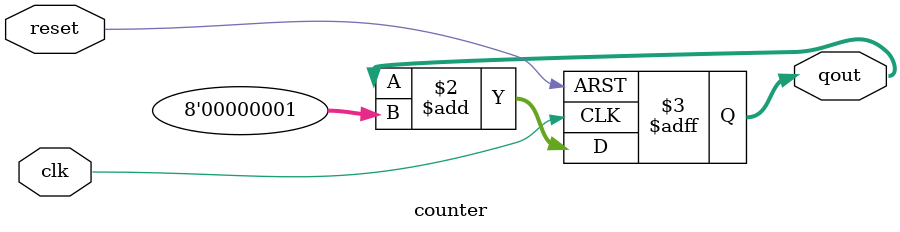
<source format=v>
module counter(clk, reset, qout);
	input clk;
	input reset;
	output reg[7:0] qout;

	always @(posedge clk or posedge reset)
	begin
		if (reset)
			qout = 8'h0;
		else 
			qout <= qout + 8'h1;
	end
endmodule

</source>
